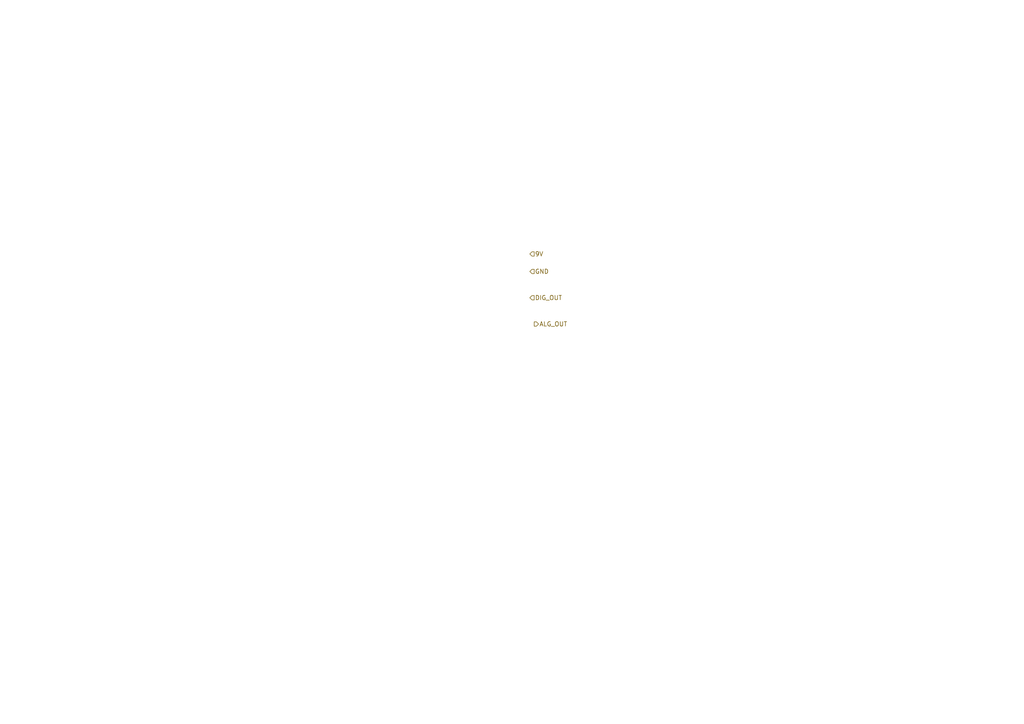
<source format=kicad_sch>
(kicad_sch
	(version 20250114)
	(generator "eeschema")
	(generator_version "9.0")
	(uuid "1b581da7-ee36-472c-8348-2e7758f54dfa")
	(paper "A4")
	(lib_symbols)
	(hierarchical_label "9V"
		(shape input)
		(at 153.67 73.66 0)
		(effects
			(font
				(size 1.27 1.27)
			)
			(justify left)
		)
		(uuid "29d5c8a4-3594-4c34-907a-4dd887b88324")
	)
	(hierarchical_label "ALG_OUT"
		(shape output)
		(at 154.94 93.98 0)
		(effects
			(font
				(size 1.27 1.27)
			)
			(justify left)
		)
		(uuid "bc69bcb5-a303-4f7f-be45-10ab9f81cc47")
	)
	(hierarchical_label "GND"
		(shape input)
		(at 153.67 78.74 0)
		(effects
			(font
				(size 1.27 1.27)
			)
			(justify left)
		)
		(uuid "bd1875fc-3306-45de-885f-e1f4ee4144a3")
	)
	(hierarchical_label "DIG_OUT"
		(shape input)
		(at 153.67 86.36 0)
		(effects
			(font
				(size 1.27 1.27)
			)
			(justify left)
		)
		(uuid "d1d86ed6-add6-4ac6-9472-b476b2401f20")
	)
)

</source>
